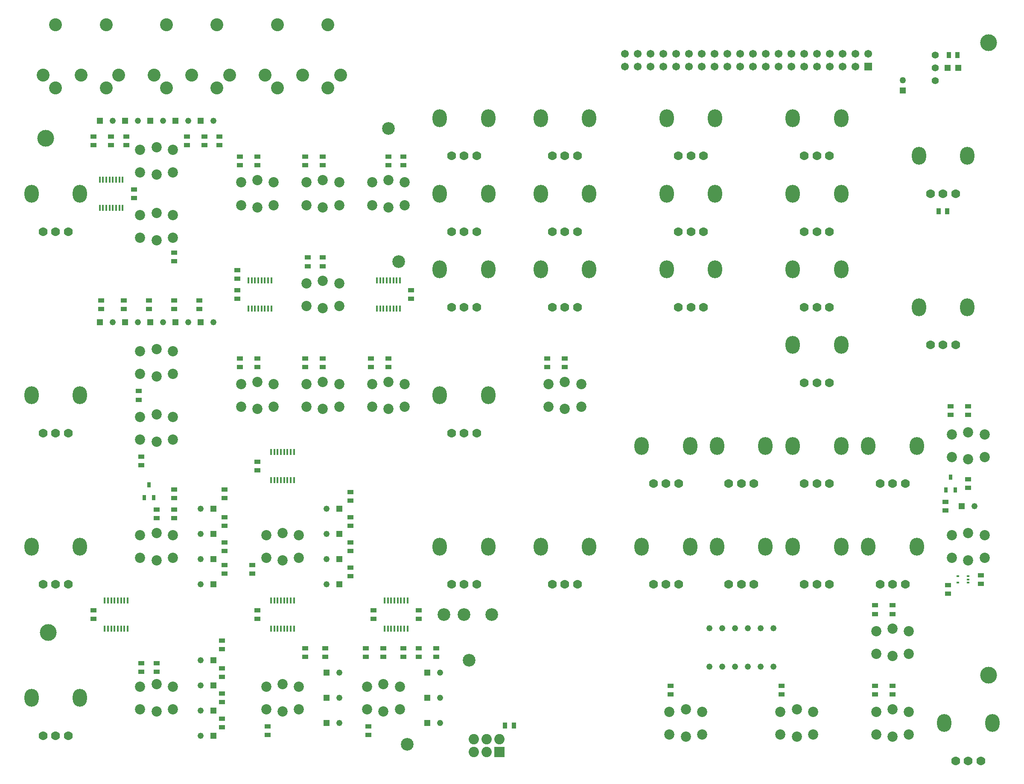
<source format=gts>
%FSLAX46Y46*%
G04 Gerber Fmt 4.6, Leading zero omitted, Abs format (unit mm)*
G04 Created by KiCad (PCBNEW (2014-09-02 BZR 5112)-product) date 2015-02-12 11:54:12 AM*
%MOMM*%
G01*
G04 APERTURE LIST*
%ADD10C,0.500000*%
%ADD11R,1.270000X1.270000*%
%ADD12C,1.270000*%
%ADD13C,2.052000*%
%ADD14R,2.052000X2.052000*%
%ADD15R,1.544000X1.544000*%
%ADD16C,1.544000*%
%ADD17R,0.721040X1.020760*%
%ADD18C,1.420000*%
%ADD19R,0.528000X0.324800*%
%ADD20C,2.520000*%
%ADD21R,0.401000X1.290000*%
%ADD22C,3.322000*%
%ADD23C,2.020000*%
%ADD24R,0.832800X1.163000*%
%ADD25R,1.163000X0.832800*%
%ADD26O,2.820000X3.520000*%
%ADD27C,1.770000*%
%ADD28R,1.220000X1.220000*%
%ADD29C,1.220000*%
%ADD30C,2.560000*%
%ADD31R,1.218880X1.218880*%
G04 APERTURE END LIST*
D10*
D11*
X178000000Y-14500000D03*
D12*
X178000000Y-12500000D03*
D13*
X92960000Y-145770000D03*
X95500000Y-145770000D03*
D14*
X98040000Y-145770000D03*
D13*
X92960000Y-143230000D03*
X95500000Y-143230000D03*
X98040000Y-143230000D03*
D15*
X171130000Y-9770000D03*
D16*
X171130000Y-7230000D03*
X158430000Y-9770000D03*
X168590000Y-7230000D03*
X155890000Y-9770000D03*
X166050000Y-7230000D03*
X153350000Y-9770000D03*
X163510000Y-7230000D03*
X150810000Y-9770000D03*
X160970000Y-7230000D03*
X148270000Y-9770000D03*
X158430000Y-7230000D03*
X145730000Y-9770000D03*
X155890000Y-7230000D03*
X143190000Y-9770000D03*
X153350000Y-7230000D03*
X140650000Y-9770000D03*
X150810000Y-7230000D03*
X138110000Y-9770000D03*
X148270000Y-7230000D03*
X135570000Y-9770000D03*
X145730000Y-7230000D03*
X133030000Y-9770000D03*
X143190000Y-7230000D03*
X140650000Y-7230000D03*
X130490000Y-9770000D03*
X138110000Y-7230000D03*
X133030000Y-7230000D03*
X130490000Y-7230000D03*
X127950000Y-7230000D03*
X125410000Y-7230000D03*
X127950000Y-9770000D03*
X125410000Y-9770000D03*
X168590000Y-9770000D03*
X166050000Y-9770000D03*
X163510000Y-9770000D03*
X160970000Y-9770000D03*
X122870000Y-9770000D03*
X122870000Y-7230000D03*
X135570000Y-7230000D03*
D17*
X28500000Y-92730000D03*
X29452500Y-95270000D03*
X27547500Y-95270000D03*
X187500000Y-91230000D03*
X188452500Y-93770000D03*
X186547500Y-93770000D03*
D18*
X184500000Y-10000000D03*
X184500000Y-12540000D03*
X184500000Y-7460000D03*
D19*
X191016000Y-112135000D03*
X191016000Y-110865000D03*
X188984000Y-112135000D03*
X191016000Y-111500000D03*
X188984000Y-110865000D03*
D20*
X87000000Y-118500000D03*
X78000000Y-48500000D03*
X96500000Y-118500000D03*
X91000000Y-118500000D03*
X92000000Y-127500000D03*
D21*
X52724160Y-91799080D03*
X53374400Y-91799080D03*
X54024640Y-91799080D03*
X54674880Y-91799080D03*
X55325120Y-91799080D03*
X55975360Y-91799080D03*
X56625600Y-91799080D03*
X57275840Y-91799080D03*
X57275840Y-86200920D03*
X56625600Y-86200920D03*
X55975360Y-86200920D03*
X55325120Y-86200920D03*
X54674880Y-86200920D03*
X54024640Y-86200920D03*
X53374400Y-86200920D03*
X52724160Y-86200920D03*
X52724160Y-121299080D03*
X53374400Y-121299080D03*
X54024640Y-121299080D03*
X54674880Y-121299080D03*
X55325120Y-121299080D03*
X55975360Y-121299080D03*
X56625600Y-121299080D03*
X57275840Y-121299080D03*
X57275840Y-115700920D03*
X56625600Y-115700920D03*
X55975360Y-115700920D03*
X55325120Y-115700920D03*
X54674880Y-115700920D03*
X54024640Y-115700920D03*
X53374400Y-115700920D03*
X52724160Y-115700920D03*
X48224160Y-57799080D03*
X48874400Y-57799080D03*
X49524640Y-57799080D03*
X50174880Y-57799080D03*
X50825120Y-57799080D03*
X51475360Y-57799080D03*
X52125600Y-57799080D03*
X52775840Y-57799080D03*
X52775840Y-52200920D03*
X52125600Y-52200920D03*
X51475360Y-52200920D03*
X50825120Y-52200920D03*
X50174880Y-52200920D03*
X49524640Y-52200920D03*
X48874400Y-52200920D03*
X48224160Y-52200920D03*
X18724160Y-37799080D03*
X19374400Y-37799080D03*
X20024640Y-37799080D03*
X20674880Y-37799080D03*
X21325120Y-37799080D03*
X21975360Y-37799080D03*
X22625600Y-37799080D03*
X23275840Y-37799080D03*
X23275840Y-32200920D03*
X22625600Y-32200920D03*
X21975360Y-32200920D03*
X21325120Y-32200920D03*
X20674880Y-32200920D03*
X20024640Y-32200920D03*
X19374400Y-32200920D03*
X18724160Y-32200920D03*
X73724160Y-57799080D03*
X74374400Y-57799080D03*
X75024640Y-57799080D03*
X75674880Y-57799080D03*
X76325120Y-57799080D03*
X76975360Y-57799080D03*
X77625600Y-57799080D03*
X78275840Y-57799080D03*
X78275840Y-52200920D03*
X77625600Y-52200920D03*
X76975360Y-52200920D03*
X76325120Y-52200920D03*
X75674880Y-52200920D03*
X75024640Y-52200920D03*
X74374400Y-52200920D03*
X73724160Y-52200920D03*
X75224160Y-121299080D03*
X75874400Y-121299080D03*
X76524640Y-121299080D03*
X77174880Y-121299080D03*
X77825120Y-121299080D03*
X78475360Y-121299080D03*
X79125600Y-121299080D03*
X79775840Y-121299080D03*
X79775840Y-115700920D03*
X79125600Y-115700920D03*
X78475360Y-115700920D03*
X77825120Y-115700920D03*
X77174880Y-115700920D03*
X76524640Y-115700920D03*
X75874400Y-115700920D03*
X75224160Y-115700920D03*
X19724160Y-121299080D03*
X20374400Y-121299080D03*
X21024640Y-121299080D03*
X21674880Y-121299080D03*
X22325120Y-121299080D03*
X22975360Y-121299080D03*
X23625600Y-121299080D03*
X24275840Y-121299080D03*
X24275840Y-115700920D03*
X23625600Y-115700920D03*
X22975360Y-115700920D03*
X22325120Y-115700920D03*
X21674880Y-115700920D03*
X21024640Y-115700920D03*
X20374400Y-115700920D03*
X19724160Y-115700920D03*
D22*
X8000000Y-24000000D03*
X8500000Y-122000000D03*
X195000000Y-130500000D03*
X195000000Y-5000000D03*
D23*
X157000000Y-137300000D03*
X157000000Y-142700000D03*
X153750000Y-137750000D03*
X153750000Y-142250000D03*
X160250000Y-137750000D03*
X160250000Y-142250000D03*
X135000000Y-137300000D03*
X135000000Y-142700000D03*
X131750000Y-137750000D03*
X131750000Y-142250000D03*
X138250000Y-137750000D03*
X138250000Y-142250000D03*
X55000000Y-137700000D03*
X55000000Y-132300000D03*
X58250000Y-137250000D03*
X58250000Y-132750000D03*
X51750000Y-137250000D03*
X51750000Y-132750000D03*
X55000000Y-107700000D03*
X55000000Y-102300000D03*
X58250000Y-107250000D03*
X58250000Y-102750000D03*
X51750000Y-107250000D03*
X51750000Y-102750000D03*
X30000000Y-84200000D03*
X30000000Y-78800000D03*
X33250000Y-83750000D03*
X33250000Y-79250000D03*
X26750000Y-83750000D03*
X26750000Y-79250000D03*
X30000000Y-71200000D03*
X30000000Y-65800000D03*
X33250000Y-70750000D03*
X33250000Y-66250000D03*
X26750000Y-70750000D03*
X26750000Y-66250000D03*
X30000000Y-44200000D03*
X30000000Y-38800000D03*
X33250000Y-43750000D03*
X33250000Y-39250000D03*
X26750000Y-43750000D03*
X26750000Y-39250000D03*
X30000000Y-31200000D03*
X30000000Y-25800000D03*
X33250000Y-30750000D03*
X33250000Y-26250000D03*
X26750000Y-30750000D03*
X26750000Y-26250000D03*
X30000000Y-102300000D03*
X30000000Y-107700000D03*
X26750000Y-102750000D03*
X26750000Y-107250000D03*
X33250000Y-102750000D03*
X33250000Y-107250000D03*
X30000000Y-132300000D03*
X30000000Y-137700000D03*
X26750000Y-132750000D03*
X26750000Y-137250000D03*
X33250000Y-132750000D03*
X33250000Y-137250000D03*
X75000000Y-137700000D03*
X75000000Y-132300000D03*
X78250000Y-137250000D03*
X78250000Y-132750000D03*
X71750000Y-137250000D03*
X71750000Y-132750000D03*
X176000000Y-137300000D03*
X176000000Y-142700000D03*
X172750000Y-137750000D03*
X172750000Y-142250000D03*
X179250000Y-137750000D03*
X179250000Y-142250000D03*
X176000000Y-121300000D03*
X176000000Y-126700000D03*
X172750000Y-121750000D03*
X172750000Y-126250000D03*
X179250000Y-121750000D03*
X179250000Y-126250000D03*
X191000000Y-82300000D03*
X191000000Y-87700000D03*
X187750000Y-82750000D03*
X187750000Y-87250000D03*
X194250000Y-82750000D03*
X194250000Y-87250000D03*
X111000000Y-72300000D03*
X111000000Y-77700000D03*
X107750000Y-72750000D03*
X107750000Y-77250000D03*
X114250000Y-72750000D03*
X114250000Y-77250000D03*
X76000000Y-72300000D03*
X76000000Y-77700000D03*
X72750000Y-72750000D03*
X72750000Y-77250000D03*
X79250000Y-72750000D03*
X79250000Y-77250000D03*
X63000000Y-72300000D03*
X63000000Y-77700000D03*
X59750000Y-72750000D03*
X59750000Y-77250000D03*
X66250000Y-72750000D03*
X66250000Y-77250000D03*
X50000000Y-72300000D03*
X50000000Y-77700000D03*
X46750000Y-72750000D03*
X46750000Y-77250000D03*
X53250000Y-72750000D03*
X53250000Y-77250000D03*
X63000000Y-52300000D03*
X63000000Y-57700000D03*
X59750000Y-52750000D03*
X59750000Y-57250000D03*
X66250000Y-52750000D03*
X66250000Y-57250000D03*
X76000000Y-32300000D03*
X76000000Y-37700000D03*
X72750000Y-32750000D03*
X72750000Y-37250000D03*
X79250000Y-32750000D03*
X79250000Y-37250000D03*
X63000000Y-32300000D03*
X63000000Y-37700000D03*
X59750000Y-32750000D03*
X59750000Y-37250000D03*
X66250000Y-32750000D03*
X66250000Y-37250000D03*
X50000000Y-32300000D03*
X50000000Y-37700000D03*
X46750000Y-32750000D03*
X46750000Y-37250000D03*
X53250000Y-32750000D03*
X53250000Y-37250000D03*
X191000000Y-102300000D03*
X191000000Y-107700000D03*
X187750000Y-102750000D03*
X187750000Y-107250000D03*
X194250000Y-102750000D03*
X194250000Y-107250000D03*
D24*
X186850900Y-38500000D03*
X185149100Y-38500000D03*
D25*
X80500000Y-54149100D03*
X80500000Y-55850900D03*
X82000000Y-117649100D03*
X82000000Y-119350900D03*
X17500000Y-117649100D03*
X17500000Y-119350900D03*
X187000000Y-112649100D03*
X187000000Y-114350900D03*
X50000000Y-88149100D03*
X50000000Y-89850900D03*
X50000000Y-117649100D03*
X50000000Y-119350900D03*
X46000000Y-54149100D03*
X46000000Y-55850900D03*
X25500000Y-34149100D03*
X25500000Y-35850900D03*
D24*
X99149100Y-140500000D03*
X100850900Y-140500000D03*
X188850900Y-7500000D03*
X187149100Y-7500000D03*
D25*
X33500000Y-95350900D03*
X33500000Y-93649100D03*
X30000000Y-97649100D03*
X30000000Y-99350900D03*
X76000000Y-29350900D03*
X76000000Y-27649100D03*
X63000000Y-49350900D03*
X63000000Y-47649100D03*
X50000000Y-29350900D03*
X50000000Y-27649100D03*
X63000000Y-29350900D03*
X63000000Y-27649100D03*
X50000000Y-69350900D03*
X50000000Y-67649100D03*
X63000000Y-69350900D03*
X63000000Y-67649100D03*
X76000000Y-69350900D03*
X76000000Y-67649100D03*
X111000000Y-69350900D03*
X111000000Y-67649100D03*
X186500000Y-96149100D03*
X186500000Y-97850900D03*
X191000000Y-91649100D03*
X191000000Y-93350900D03*
X75000000Y-126850900D03*
X75000000Y-125149100D03*
X71500000Y-126850900D03*
X71500000Y-125149100D03*
X73000000Y-117649100D03*
X73000000Y-119350900D03*
X85500000Y-126850900D03*
X85500000Y-125149100D03*
X33500000Y-97649100D03*
X33500000Y-99350900D03*
X187500000Y-77149100D03*
X187500000Y-78850900D03*
X82000000Y-126850900D03*
X82000000Y-125149100D03*
X79000000Y-126850900D03*
X79000000Y-125149100D03*
X27000000Y-88850900D03*
X27000000Y-87149100D03*
X107500000Y-67649100D03*
X107500000Y-69350900D03*
X191000000Y-78850900D03*
X191000000Y-77149100D03*
X176000000Y-118350900D03*
X176000000Y-116649100D03*
X26500000Y-75850900D03*
X26500000Y-74149100D03*
X132000000Y-132649100D03*
X132000000Y-134350900D03*
X176000000Y-134350900D03*
X176000000Y-132649100D03*
X33500000Y-48350900D03*
X33500000Y-46649100D03*
X154000000Y-132649100D03*
X154000000Y-134350900D03*
X43500000Y-95350900D03*
X43500000Y-93649100D03*
X46000000Y-51850900D03*
X46000000Y-50149100D03*
X43500000Y-100850900D03*
X43500000Y-99149100D03*
X27000000Y-128149100D03*
X27000000Y-129850900D03*
X172500000Y-132649100D03*
X172500000Y-134350900D03*
X43500000Y-105850900D03*
X43500000Y-104149100D03*
X43500000Y-110350900D03*
X43500000Y-108649100D03*
X52000000Y-142350900D03*
X52000000Y-140649100D03*
X172500000Y-116649100D03*
X172500000Y-118350900D03*
X68500000Y-95850900D03*
X68500000Y-94149100D03*
X68500000Y-100850900D03*
X68500000Y-99149100D03*
X72000000Y-142350900D03*
X72000000Y-140649100D03*
X68500000Y-105850900D03*
X68500000Y-104149100D03*
X49000000Y-110350900D03*
X49000000Y-108649100D03*
X68500000Y-110850900D03*
X68500000Y-109149100D03*
X33500000Y-57850900D03*
X33500000Y-56149100D03*
X79000000Y-27649100D03*
X79000000Y-29350900D03*
X38500000Y-57850900D03*
X38500000Y-56149100D03*
X43000000Y-125350900D03*
X43000000Y-123649100D03*
X59500000Y-27649100D03*
X59500000Y-29350900D03*
X43000000Y-130850900D03*
X43000000Y-129149100D03*
X43000000Y-135850900D03*
X43000000Y-134149100D03*
X46500000Y-27649100D03*
X46500000Y-29350900D03*
X43000000Y-140850900D03*
X43000000Y-139149100D03*
X63500000Y-126850900D03*
X63500000Y-125149100D03*
X42500000Y-23649100D03*
X42500000Y-25350900D03*
X59500000Y-126850900D03*
X59500000Y-125149100D03*
X46500000Y-67649100D03*
X46500000Y-69350900D03*
X17500000Y-23649100D03*
X17500000Y-25350900D03*
X21000000Y-23649100D03*
X21000000Y-25350900D03*
X59500000Y-67649100D03*
X59500000Y-69350900D03*
X24000000Y-23649100D03*
X24000000Y-25350900D03*
X36000000Y-23649100D03*
X36000000Y-25350900D03*
X72500000Y-67649100D03*
X72500000Y-69350900D03*
X39500000Y-23649100D03*
X39500000Y-25350900D03*
X19000000Y-57850900D03*
X19000000Y-56149100D03*
X60000000Y-47649100D03*
X60000000Y-49350900D03*
X23500000Y-57850900D03*
X23500000Y-56149100D03*
X28500000Y-57850900D03*
X28500000Y-56149100D03*
X30000000Y-129850900D03*
X30000000Y-128149100D03*
X193500000Y-112350900D03*
X193500000Y-110649100D03*
D26*
X195800000Y-140000000D03*
X186200000Y-140000000D03*
D27*
X193500000Y-147500000D03*
X191000000Y-147500000D03*
X188500000Y-147500000D03*
D26*
X180800000Y-105000000D03*
X171200000Y-105000000D03*
D27*
X178500000Y-112500000D03*
X176000000Y-112500000D03*
X173500000Y-112500000D03*
D26*
X165800000Y-105000000D03*
X156200000Y-105000000D03*
D27*
X163500000Y-112500000D03*
X161000000Y-112500000D03*
X158500000Y-112500000D03*
D26*
X150800000Y-105000000D03*
X141200000Y-105000000D03*
D27*
X148500000Y-112500000D03*
X146000000Y-112500000D03*
X143500000Y-112500000D03*
D26*
X135850000Y-105000000D03*
X126250000Y-105000000D03*
D27*
X133550000Y-112500000D03*
X131050000Y-112500000D03*
X128550000Y-112500000D03*
D26*
X115800000Y-105000000D03*
X106200000Y-105000000D03*
D27*
X113500000Y-112500000D03*
X111000000Y-112500000D03*
X108500000Y-112500000D03*
D26*
X95800000Y-105000000D03*
X86200000Y-105000000D03*
D27*
X93500000Y-112500000D03*
X91000000Y-112500000D03*
X88500000Y-112500000D03*
D26*
X14800000Y-135000000D03*
X5200000Y-135000000D03*
D27*
X12500000Y-142500000D03*
X10000000Y-142500000D03*
X7500000Y-142500000D03*
D26*
X14800000Y-105000000D03*
X5200000Y-105000000D03*
D27*
X12500000Y-112500000D03*
X10000000Y-112500000D03*
X7500000Y-112500000D03*
D26*
X180800000Y-85000000D03*
X171200000Y-85000000D03*
D27*
X178500000Y-92500000D03*
X176000000Y-92500000D03*
X173500000Y-92500000D03*
D26*
X165800000Y-85000000D03*
X156200000Y-85000000D03*
D27*
X163500000Y-92500000D03*
X161000000Y-92500000D03*
X158500000Y-92500000D03*
D26*
X150800000Y-85000000D03*
X141200000Y-85000000D03*
D27*
X148500000Y-92500000D03*
X146000000Y-92500000D03*
X143500000Y-92500000D03*
D26*
X135850000Y-85000000D03*
X126250000Y-85000000D03*
D27*
X133550000Y-92500000D03*
X131050000Y-92500000D03*
X128550000Y-92500000D03*
D26*
X190800000Y-57500000D03*
X181200000Y-57500000D03*
D27*
X188500000Y-65000000D03*
X186000000Y-65000000D03*
X183500000Y-65000000D03*
D26*
X190800000Y-27500000D03*
X181200000Y-27500000D03*
D27*
X188500000Y-35000000D03*
X186000000Y-35000000D03*
X183500000Y-35000000D03*
D26*
X165800000Y-65000000D03*
X156200000Y-65000000D03*
D27*
X163500000Y-72500000D03*
X161000000Y-72500000D03*
X158500000Y-72500000D03*
D26*
X165800000Y-50000000D03*
X156200000Y-50000000D03*
D27*
X163500000Y-57500000D03*
X161000000Y-57500000D03*
X158500000Y-57500000D03*
D26*
X165800000Y-35000000D03*
X156200000Y-35000000D03*
D27*
X163500000Y-42500000D03*
X161000000Y-42500000D03*
X158500000Y-42500000D03*
D26*
X165800000Y-20000000D03*
X156200000Y-20000000D03*
D27*
X163500000Y-27500000D03*
X161000000Y-27500000D03*
X158500000Y-27500000D03*
D26*
X140800000Y-50000000D03*
X131200000Y-50000000D03*
D27*
X138500000Y-57500000D03*
X136000000Y-57500000D03*
X133500000Y-57500000D03*
D26*
X140800000Y-35000000D03*
X131200000Y-35000000D03*
D27*
X138500000Y-42500000D03*
X136000000Y-42500000D03*
X133500000Y-42500000D03*
D26*
X140800000Y-20000000D03*
X131200000Y-20000000D03*
D27*
X138500000Y-27500000D03*
X136000000Y-27500000D03*
X133500000Y-27500000D03*
D26*
X95800000Y-75000000D03*
X86200000Y-75000000D03*
D27*
X93500000Y-82500000D03*
X91000000Y-82500000D03*
X88500000Y-82500000D03*
D26*
X14800000Y-75000000D03*
X5200000Y-75000000D03*
D27*
X12500000Y-82500000D03*
X10000000Y-82500000D03*
X7500000Y-82500000D03*
D26*
X115800000Y-50000000D03*
X106200000Y-50000000D03*
D27*
X113500000Y-57500000D03*
X111000000Y-57500000D03*
X108500000Y-57500000D03*
D26*
X115800000Y-35000000D03*
X106200000Y-35000000D03*
D27*
X113500000Y-42500000D03*
X111000000Y-42500000D03*
X108500000Y-42500000D03*
D26*
X115800000Y-20000000D03*
X106200000Y-20000000D03*
D27*
X113500000Y-27500000D03*
X111000000Y-27500000D03*
X108500000Y-27500000D03*
D26*
X95800000Y-50000000D03*
X86200000Y-50000000D03*
D27*
X93500000Y-57500000D03*
X91000000Y-57500000D03*
X88500000Y-57500000D03*
D26*
X95800000Y-35000000D03*
X86200000Y-35000000D03*
D27*
X93500000Y-42500000D03*
X91000000Y-42500000D03*
X88500000Y-42500000D03*
D26*
X95800000Y-20000000D03*
X86200000Y-20000000D03*
D27*
X93500000Y-27500000D03*
X91000000Y-27500000D03*
X88500000Y-27500000D03*
D26*
X14800000Y-35000000D03*
X5200000Y-35000000D03*
D27*
X12500000Y-42500000D03*
X10000000Y-42500000D03*
X7500000Y-42500000D03*
D28*
X18730000Y-20500000D03*
D29*
X21270000Y-20500000D03*
D28*
X23730000Y-20500000D03*
D29*
X26270000Y-20500000D03*
D28*
X28730000Y-20500000D03*
D29*
X31270000Y-20500000D03*
D28*
X33730000Y-20500000D03*
D29*
X36270000Y-20500000D03*
D28*
X38730000Y-20500000D03*
D29*
X41270000Y-20500000D03*
D28*
X18730000Y-60500000D03*
D29*
X21270000Y-60500000D03*
D28*
X23730000Y-60500000D03*
D29*
X26270000Y-60500000D03*
D28*
X28730000Y-60500000D03*
D29*
X31270000Y-60500000D03*
D28*
X33730000Y-60500000D03*
D29*
X36270000Y-60500000D03*
D28*
X38730000Y-60500000D03*
D29*
X41270000Y-60500000D03*
D28*
X41270000Y-97500000D03*
D29*
X38730000Y-97500000D03*
D28*
X41270000Y-102500000D03*
D29*
X38730000Y-102500000D03*
D28*
X41270000Y-107500000D03*
D29*
X38730000Y-107500000D03*
D28*
X41270000Y-112500000D03*
D29*
X38730000Y-112500000D03*
D28*
X66270000Y-97500000D03*
D29*
X63730000Y-97500000D03*
D28*
X66270000Y-102500000D03*
D29*
X63730000Y-102500000D03*
D28*
X66270000Y-107500000D03*
D29*
X63730000Y-107500000D03*
D28*
X66270000Y-112500000D03*
D29*
X63730000Y-112500000D03*
D28*
X41270000Y-127500000D03*
D29*
X38730000Y-127500000D03*
D28*
X41270000Y-132500000D03*
D29*
X38730000Y-132500000D03*
D28*
X41270000Y-137500000D03*
D29*
X38730000Y-137500000D03*
D28*
X41270000Y-142500000D03*
D29*
X38730000Y-142500000D03*
D28*
X63730000Y-130000000D03*
D29*
X66270000Y-130000000D03*
D28*
X63730000Y-135000000D03*
D29*
X66270000Y-135000000D03*
D28*
X63730000Y-140000000D03*
D29*
X66270000Y-140000000D03*
D28*
X83730000Y-130000000D03*
D29*
X86270000Y-130000000D03*
D28*
X83730000Y-135000000D03*
D29*
X86270000Y-135000000D03*
D28*
X83730000Y-140000000D03*
D29*
X86270000Y-140000000D03*
D28*
X189730000Y-97000000D03*
D29*
X192270000Y-97000000D03*
D30*
X37000000Y-11500000D03*
X44500000Y-11500000D03*
X29500000Y-11500000D03*
X32000000Y-14000000D03*
X42000000Y-14000000D03*
X32000000Y-1500000D03*
X42000000Y-1500000D03*
X59000000Y-11500000D03*
X66500000Y-11500000D03*
X51500000Y-11500000D03*
X54000000Y-14000000D03*
X64000000Y-14000000D03*
X54000000Y-1500000D03*
X64000000Y-1500000D03*
X15000000Y-11500000D03*
X22500000Y-11500000D03*
X7500000Y-11500000D03*
X10000000Y-14000000D03*
X20000000Y-14000000D03*
X10000000Y-1500000D03*
X20000000Y-1500000D03*
D29*
X139650000Y-128810000D03*
X142190000Y-128810000D03*
X144730000Y-128810000D03*
X147270000Y-128810000D03*
X149810000Y-128810000D03*
X152350000Y-128810000D03*
X152350000Y-121190000D03*
X149810000Y-121190000D03*
X147270000Y-121190000D03*
X144730000Y-121190000D03*
X142190000Y-121190000D03*
X139650000Y-121190000D03*
D31*
X189049020Y-10000000D03*
X186950980Y-10000000D03*
D20*
X79750000Y-144250000D03*
X76000000Y-22000000D03*
M02*

</source>
